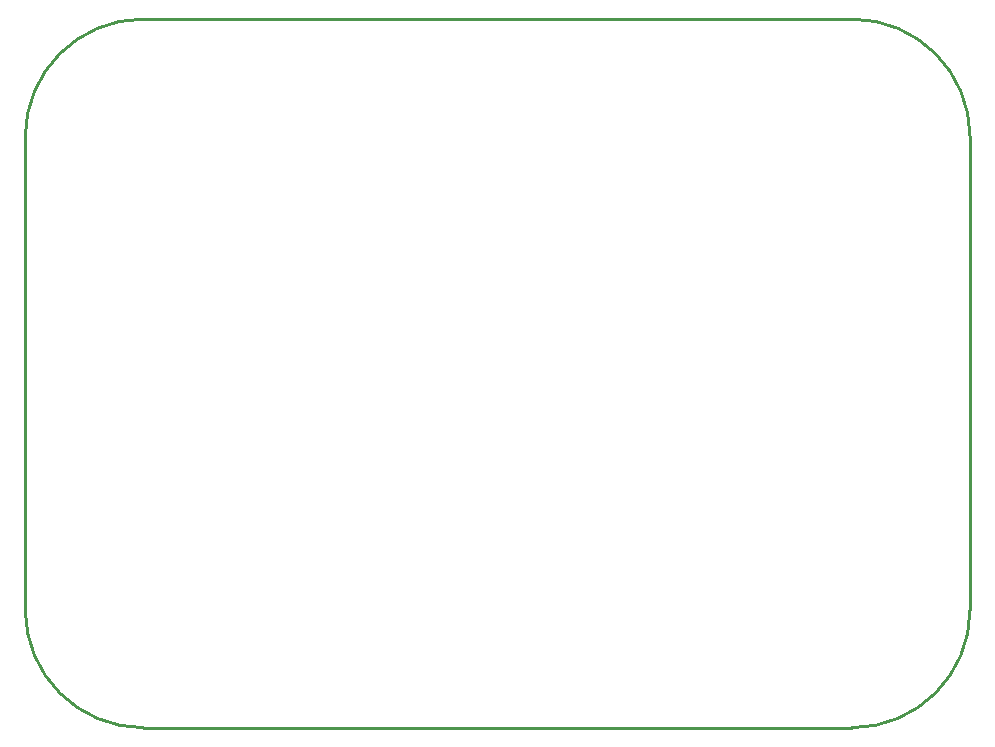
<source format=gko>
G04 Layer: BoardOutlineLayer*
G04 EasyEDA v6.5.47, 2024-09-23 12:58:21*
G04 38ad9990bc604fb2ba1212fbd044b429,455023a0ac88494abd61f565c8365122,10*
G04 Gerber Generator version 0.2*
G04 Scale: 100 percent, Rotated: No, Reflected: No *
G04 Dimensions in millimeters *
G04 leading zeros omitted , absolute positions ,4 integer and 5 decimal *
%FSLAX45Y45*%
%MOMM*%

%ADD10C,0.2540*%
D10*
X699998Y1999995D02*
G01*
X699998Y5999987D01*
X7699984Y999997D02*
G01*
X1699996Y999997D01*
X8699982Y5999987D02*
G01*
X8699982Y1999995D01*
X1699996Y6999986D02*
G01*
X7699984Y6999986D01*
G75*
G01*
X7699985Y6999986D02*
G02*
X8699983Y5999988I0J-999998D01*
G75*
G01*
X8699983Y1999996D02*
G02*
X7699985Y999998I-999998J0D01*
G75*
G01*
X1699997Y999998D02*
G02*
X699999Y1999996I0J999998D01*
G75*
G01*
X699999Y5999988D02*
G02*
X1699997Y6999986I999998J0D01*

%LPD*%
M02*

</source>
